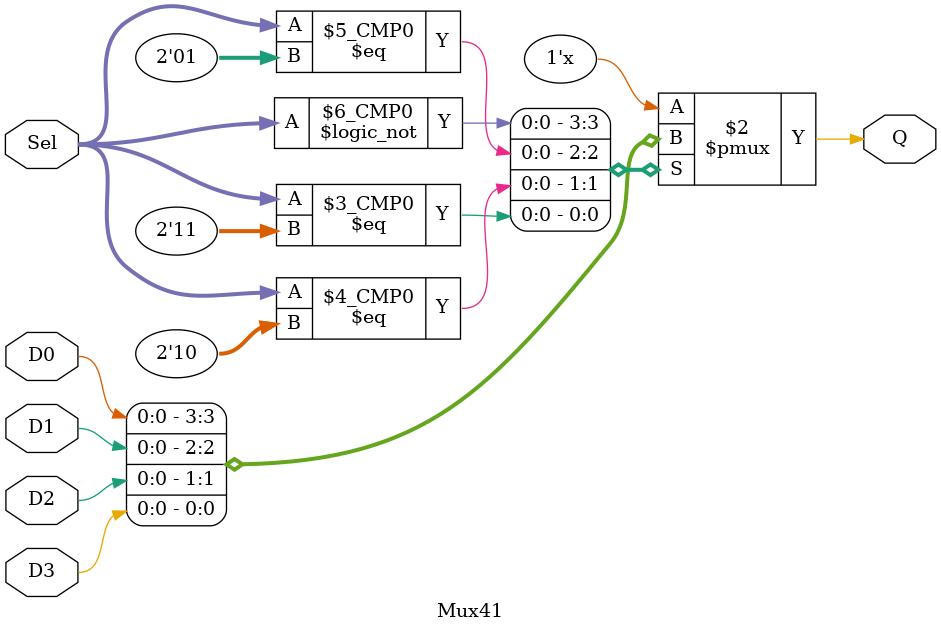
<source format=sv>
`timescale 1ns / 1ps

//parameter este folosit pentru a face dimensiunea intrarilor generice. Spre exemplu putem avea un multiplexor 4:1 unde fiecare intrare are 8 biti
//bitstream-ul este generat in functie de ce este implicit in acest caz
module Mux41 #(parameter WIDTH = 1)(
    input [WIDTH-1:0] D0,
    input [WIDTH-1:0] D1,
    input [WIDTH-1:0] D2,
    input [WIDTH-1:0] D3,
    input [1:0] Sel,
    output reg [WIDTH-1:0] Q
    );
    
    always_comb begin
        case (Sel) 
            2'b00: Q = D0;
            2'b01: Q = D1;
            2'b10: Q = D2;
            2'b11: Q = D3;
        endcase
    end
endmodule

</source>
